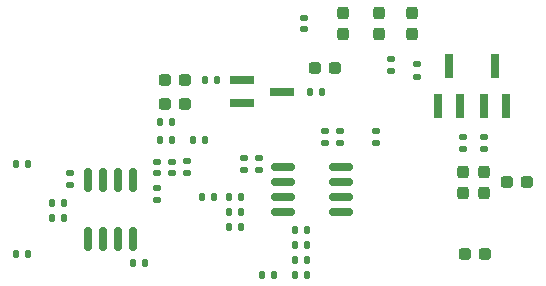
<source format=gtp>
G04 #@! TF.GenerationSoftware,KiCad,Pcbnew,6.0.2-378541a8eb~116~ubuntu21.10.1*
G04 #@! TF.CreationDate,2022-03-02T08:52:49+01:00*
G04 #@! TF.ProjectId,BH,42482e6b-6963-4616-945f-706362585858,rev?*
G04 #@! TF.SameCoordinates,Original*
G04 #@! TF.FileFunction,Paste,Top*
G04 #@! TF.FilePolarity,Positive*
%FSLAX46Y46*%
G04 Gerber Fmt 4.6, Leading zero omitted, Abs format (unit mm)*
G04 Created by KiCad (PCBNEW 6.0.2-378541a8eb~116~ubuntu21.10.1) date 2022-03-02 08:52:49*
%MOMM*%
%LPD*%
G01*
G04 APERTURE LIST*
G04 Aperture macros list*
%AMRoundRect*
0 Rectangle with rounded corners*
0 $1 Rounding radius*
0 $2 $3 $4 $5 $6 $7 $8 $9 X,Y pos of 4 corners*
0 Add a 4 corners polygon primitive as box body*
4,1,4,$2,$3,$4,$5,$6,$7,$8,$9,$2,$3,0*
0 Add four circle primitives for the rounded corners*
1,1,$1+$1,$2,$3*
1,1,$1+$1,$4,$5*
1,1,$1+$1,$6,$7*
1,1,$1+$1,$8,$9*
0 Add four rect primitives between the rounded corners*
20,1,$1+$1,$2,$3,$4,$5,0*
20,1,$1+$1,$4,$5,$6,$7,0*
20,1,$1+$1,$6,$7,$8,$9,0*
20,1,$1+$1,$8,$9,$2,$3,0*%
G04 Aperture macros list end*
%ADD10RoundRect,0.135000X-0.185000X0.135000X-0.185000X-0.135000X0.185000X-0.135000X0.185000X0.135000X0*%
%ADD11RoundRect,0.140000X0.170000X-0.140000X0.170000X0.140000X-0.170000X0.140000X-0.170000X-0.140000X0*%
%ADD12RoundRect,0.237500X-0.287500X-0.237500X0.287500X-0.237500X0.287500X0.237500X-0.287500X0.237500X0*%
%ADD13RoundRect,0.135000X-0.135000X-0.185000X0.135000X-0.185000X0.135000X0.185000X-0.135000X0.185000X0*%
%ADD14RoundRect,0.135000X0.135000X0.185000X-0.135000X0.185000X-0.135000X-0.185000X0.135000X-0.185000X0*%
%ADD15RoundRect,0.237500X-0.237500X0.287500X-0.237500X-0.287500X0.237500X-0.287500X0.237500X0.287500X0*%
%ADD16RoundRect,0.237500X0.237500X-0.287500X0.237500X0.287500X-0.237500X0.287500X-0.237500X-0.287500X0*%
%ADD17RoundRect,0.140000X-0.140000X-0.170000X0.140000X-0.170000X0.140000X0.170000X-0.140000X0.170000X0*%
%ADD18R,2.000000X0.700000*%
%ADD19R,0.700000X2.000000*%
%ADD20RoundRect,0.135000X0.185000X-0.135000X0.185000X0.135000X-0.185000X0.135000X-0.185000X-0.135000X0*%
%ADD21RoundRect,0.140000X-0.170000X0.140000X-0.170000X-0.140000X0.170000X-0.140000X0.170000X0.140000X0*%
%ADD22RoundRect,0.150000X-0.825000X-0.150000X0.825000X-0.150000X0.825000X0.150000X-0.825000X0.150000X0*%
%ADD23RoundRect,0.140000X0.140000X0.170000X-0.140000X0.170000X-0.140000X-0.170000X0.140000X-0.170000X0*%
%ADD24RoundRect,0.150000X0.150000X-0.825000X0.150000X0.825000X-0.150000X0.825000X-0.150000X-0.825000X0*%
%ADD25RoundRect,0.237500X0.287500X0.237500X-0.287500X0.237500X-0.287500X-0.237500X0.287500X-0.237500X0*%
G04 APERTURE END LIST*
D10*
G04 #@! TO.C,R12*
X147828000Y-99058000D03*
X147828000Y-100078000D03*
G04 #@! TD*
D11*
G04 #@! TO.C,C1*
X128016000Y-108684000D03*
X128016000Y-107724000D03*
G04 #@! TD*
D10*
G04 #@! TO.C,R7*
X130556000Y-107694000D03*
X130556000Y-108714000D03*
G04 #@! TD*
D12*
G04 #@! TO.C,D5*
X154065000Y-115570000D03*
X155815000Y-115570000D03*
G04 #@! TD*
D13*
G04 #@! TO.C,R10*
X119124000Y-112522000D03*
X120144000Y-112522000D03*
G04 #@! TD*
D14*
G04 #@! TO.C,R1*
X141988000Y-101788000D03*
X140968000Y-101788000D03*
G04 #@! TD*
D15*
G04 #@! TO.C,D4*
X155702000Y-108599000D03*
X155702000Y-110349000D03*
G04 #@! TD*
D14*
G04 #@! TO.C,R3*
X129288000Y-105918000D03*
X128268000Y-105918000D03*
G04 #@! TD*
D16*
G04 #@! TO.C,LED2*
X146812000Y-96875000D03*
X146812000Y-95125000D03*
G04 #@! TD*
D17*
G04 #@! TO.C,C7*
X134140000Y-110744000D03*
X135100000Y-110744000D03*
G04 #@! TD*
D16*
G04 #@! TO.C,LED3*
X149606000Y-96875000D03*
X149606000Y-95125000D03*
G04 #@! TD*
D18*
G04 #@! TO.C,Q1*
X135206000Y-100838000D03*
X135206000Y-102738000D03*
X138606000Y-101788000D03*
G04 #@! TD*
D17*
G04 #@! TO.C,C6*
X116106000Y-107950000D03*
X117066000Y-107950000D03*
G04 #@! TD*
G04 #@! TO.C,C10*
X139728000Y-117348000D03*
X140688000Y-117348000D03*
G04 #@! TD*
D13*
G04 #@! TO.C,R6*
X132078000Y-100838000D03*
X133098000Y-100838000D03*
G04 #@! TD*
D19*
G04 #@! TO.C,Q2*
X155702000Y-103046000D03*
X157602000Y-103046000D03*
X156652000Y-99646000D03*
G04 #@! TD*
D16*
G04 #@! TO.C,LED1*
X143764000Y-96875000D03*
X143764000Y-95125000D03*
G04 #@! TD*
D20*
G04 #@! TO.C,R29*
X142240000Y-106174000D03*
X142240000Y-105154000D03*
G04 #@! TD*
D13*
G04 #@! TO.C,R11*
X119124000Y-111252000D03*
X120144000Y-111252000D03*
G04 #@! TD*
D12*
G04 #@! TO.C,D1*
X141365000Y-99822000D03*
X143115000Y-99822000D03*
G04 #@! TD*
D10*
G04 #@! TO.C,R18*
X135382000Y-107440000D03*
X135382000Y-108460000D03*
G04 #@! TD*
D21*
G04 #@! TO.C,C5*
X140462000Y-95520000D03*
X140462000Y-96480000D03*
G04 #@! TD*
D10*
G04 #@! TO.C,R2*
X128016000Y-109952000D03*
X128016000Y-110972000D03*
G04 #@! TD*
D14*
G04 #@! TO.C,R21*
X140718000Y-113538000D03*
X139698000Y-113538000D03*
G04 #@! TD*
D13*
G04 #@! TO.C,R8*
X128268000Y-104394000D03*
X129288000Y-104394000D03*
G04 #@! TD*
D22*
G04 #@! TO.C,IC2*
X138684000Y-108204000D03*
X138684000Y-109474000D03*
X138684000Y-110744000D03*
X138684000Y-112014000D03*
X143634000Y-112014000D03*
X143634000Y-110744000D03*
X143634000Y-109474000D03*
X143634000Y-108204000D03*
G04 #@! TD*
D23*
G04 #@! TO.C,C4*
X117066000Y-115570000D03*
X116106000Y-115570000D03*
G04 #@! TD*
D10*
G04 #@! TO.C,R14*
X136652000Y-107440000D03*
X136652000Y-108460000D03*
G04 #@! TD*
D12*
G04 #@! TO.C,D3*
X128665000Y-102870000D03*
X130415000Y-102870000D03*
G04 #@! TD*
D21*
G04 #@! TO.C,C3*
X129286000Y-107724000D03*
X129286000Y-108684000D03*
G04 #@! TD*
D14*
G04 #@! TO.C,R28*
X140718000Y-116078000D03*
X139698000Y-116078000D03*
G04 #@! TD*
G04 #@! TO.C,R13*
X132844000Y-110744000D03*
X131824000Y-110744000D03*
G04 #@! TD*
D20*
G04 #@! TO.C,R9*
X120650000Y-109730000D03*
X120650000Y-108710000D03*
G04 #@! TD*
D13*
G04 #@! TO.C,R5*
X131062000Y-105918000D03*
X132082000Y-105918000D03*
G04 #@! TD*
D14*
G04 #@! TO.C,R23*
X137924000Y-117348000D03*
X136904000Y-117348000D03*
G04 #@! TD*
G04 #@! TO.C,R16*
X127002000Y-116332000D03*
X125982000Y-116332000D03*
G04 #@! TD*
D12*
G04 #@! TO.C,D7*
X157621000Y-109474000D03*
X159371000Y-109474000D03*
G04 #@! TD*
D10*
G04 #@! TO.C,R24*
X143510000Y-105154000D03*
X143510000Y-106174000D03*
G04 #@! TD*
D24*
G04 #@! TO.C,IC1*
X122174000Y-114235000D03*
X123444000Y-114235000D03*
X124714000Y-114235000D03*
X125984000Y-114235000D03*
X125984000Y-109285000D03*
X124714000Y-109285000D03*
X123444000Y-109285000D03*
X122174000Y-109285000D03*
G04 #@! TD*
D20*
G04 #@! TO.C,R27*
X153924000Y-106682000D03*
X153924000Y-105662000D03*
G04 #@! TD*
D23*
G04 #@! TO.C,C9*
X135100000Y-112014000D03*
X134140000Y-112014000D03*
G04 #@! TD*
D14*
G04 #@! TO.C,R20*
X135130000Y-113284000D03*
X134110000Y-113284000D03*
G04 #@! TD*
D23*
G04 #@! TO.C,C12*
X140688000Y-114808000D03*
X139728000Y-114808000D03*
G04 #@! TD*
D10*
G04 #@! TO.C,R22*
X150000000Y-99490000D03*
X150000000Y-100510000D03*
G04 #@! TD*
G04 #@! TO.C,R26*
X146558000Y-105154000D03*
X146558000Y-106174000D03*
G04 #@! TD*
D19*
G04 #@! TO.C,Q3*
X151770000Y-103046000D03*
X153670000Y-103046000D03*
X152720000Y-99646000D03*
G04 #@! TD*
D25*
G04 #@! TO.C,D2*
X130415000Y-100838000D03*
X128665000Y-100838000D03*
G04 #@! TD*
D20*
G04 #@! TO.C,R19*
X155702000Y-106682000D03*
X155702000Y-105662000D03*
G04 #@! TD*
D15*
G04 #@! TO.C,D6*
X153924000Y-108599000D03*
X153924000Y-110349000D03*
G04 #@! TD*
M02*

</source>
